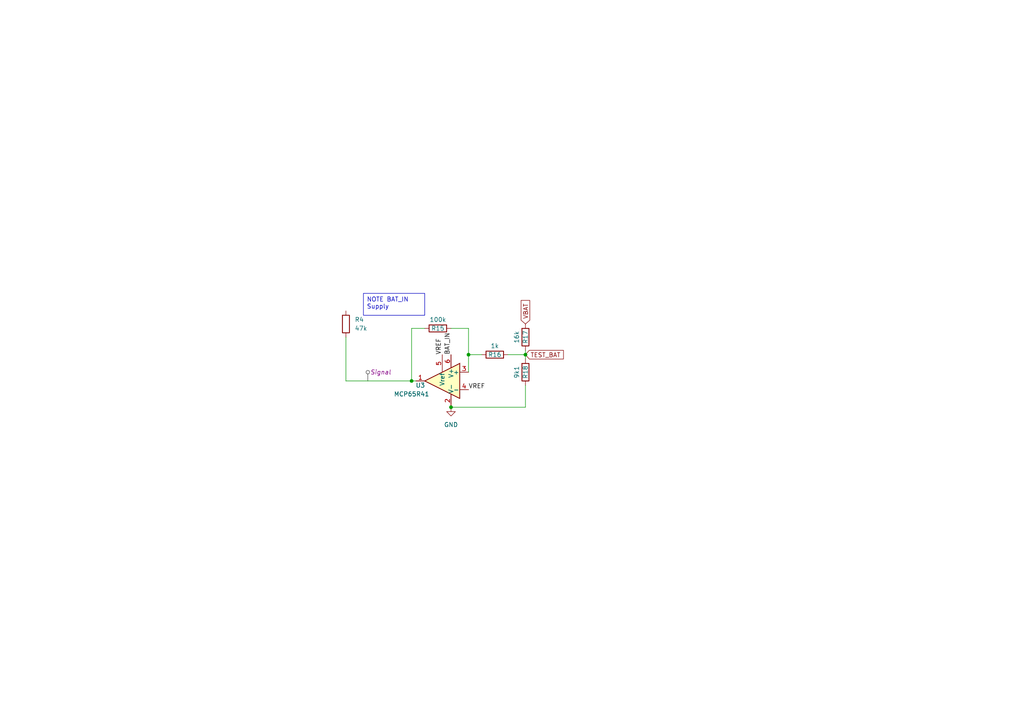
<source format=kicad_sch>
(kicad_sch (version 20230121) (generator eeschema)
  (paper "A4")
  (lib_symbols
    (symbol "Comparator:MCP65R41" (pin_names (offset 0.127))
      (property "Reference" "U" (at 1.27 3.81 0))
      (property "Value" "MCP65R41" (at 6.35 -3.81 0))
      (symbol "MCP65R41_0_1"
        (polyline (pts (xy -5.08 5.08) (xy -5.08 -5.08) (xy 5.08 0) (xy -5.08 5.08)) (stroke (width 0.254)) (fill (type background)))
      )
      (symbol "MCP65R41_1_1"
        (pin output line (at 7.62 0 180) (length 2.54) (name "~") (number "1"))
        (pin power_in line (at -2.54 -7.62 90) (length 3.81) (name "V-") (number "2"))
        (pin input line (at -7.62 2.54 0) (length 2.54) (name "+") (number "3"))
        (pin input line (at -7.62 -2.54 0) (length 2.54) (name "-") (number "4"))
        (pin power_out line (at 0 7.62 270) (length 5.08) (name "Vref") (number "5"))
        (pin power_in line (at -2.54 7.62 270) (length 3.81) (name "V+") (number "6"))
      )
    )
    (symbol "Device:R" (pin_numbers hide) (pin_names (offset 0))
      (property "Reference" "R" (at 2.032 0 90))
      (property "Value" "R" (at 0 0 90))
      (symbol "R_0_1"
        (rectangle (start -1.016 -2.54) (end 1.016 2.54) (stroke (width 0.254)))
      )
      (symbol "R_1_1"
        (pin passive line (at 0 3.81 270) (length 1.27) (name "~") (number "1"))
        (pin passive line (at 0 -3.81 90) (length 1.27) (name "~") (number "2"))
      )
    )
    (symbol "power:GND" (power) (pin_names (offset 0))
      (property "Value" "GND" (at 0 -3.81 0))
      (symbol "GND_0_1"
        (polyline (pts (xy 0 0) (xy 0 -1.27) (xy 1.27 -1.27) (xy 0 -2.54) (xy -1.27 -1.27) (xy 0 -1.27)))
      )
      (symbol "GND_1_1"
        (pin power_in line (at 0 0 270) (length 0) hide (name "GND") (number "1"))
      )
    )
  )
  (junction (at 119.38 110.49))
  (junction (at 130.81 118.11))
  (junction (at 135.89 102.87))
  (junction (at 152.4 102.87))
  (wire (pts (xy 147.32 102.87) (xy 152.4 102.87)))
  (wire (pts (xy 152.4 102.87) (xy 152.4 104.14)))
  (wire (pts (xy 139.7 102.87) (xy 135.89 102.87)))
  (wire (pts (xy 152.4 101.6) (xy 152.4 102.87)))
  (wire (pts (xy 152.4 118.11) (xy 130.81 118.11)))
  (wire (pts (xy 119.38 110.49) (xy 120.65 110.49)))
  (wire (pts (xy 100.33 110.49) (xy 119.38 110.49)))
  (wire (pts (xy 135.89 95.25) (xy 130.81 95.25)))
  (wire (pts (xy 135.89 102.87) (xy 135.89 107.95)))
  (wire (pts (xy 135.89 95.25) (xy 135.89 102.87)))
  (wire (pts (xy 123.19 95.25) (xy 119.38 95.25)))
  (wire (pts (xy 152.4 111.76) (xy 152.4 118.11)))
  (wire (pts (xy 100.33 97.79) (xy 100.33 110.49)))
  (wire (pts (xy 119.38 95.25) (xy 119.38 110.49)))
  (text_box "NOTE BAT_IN Supply" (at 105.41 85.09 0) (size 17.78 6.35) (effects (font (size 1.27 1.27)) (justify left top)))
  (label "BAT_IN" (at 130.81 102.87 90))
  (label "VREF" (at 135.89 113.03 0))
  (label "VREF" (at 128.27 102.87 90))
  (global_label "VBAT" (shape input) (at 152.4 93.98 90) (property "Intersheetrefs" "${INTERSHEET_REFS}" (effects hide)))
  (global_label "TEST_BAT" (shape input) (at 152.4 102.87 0) (property "Intersheetrefs" "${INTERSHEET_REFS}" (effects hide)))
  (netclass_flag "" (length 2.54) (shape round) (at 106.68 110.49 0) (property "Netclass" "Signal" (at 107.3785 107.95 0) (effects (font italic) (justify left))))
  (symbol (lib_id "Device:R") (at 100.33 93.98 0) (unit 1)
    (property "Reference" "R4" (at 102.87 92.71 0) (effects (justify left)))
    (property "Value" "47k" (at 102.87 95.25 0) (effects (justify left)))
    (property "Footprint" "Resistor_SMD:R_0402_1005Metric_Pad0.72x0.64mm_HandSolder" (effects hide))
    (property "Datasheet" "https://www.digikey.ca/en/products/detail/panasonic-electronic-components/ERJ-2RKF4702X/1746233" (effects hide))
    (property "Part" "ERJ-2RKF4702X" (effects hide))
    (instances (project "BLE_REMOTE" (path "" (reference "R4") (unit 1)) (path "" (reference "R17") (unit 1)) (path "" (reference "R13") (unit 1)) (path "" (reference "R26") (unit 1))))
  )
  (symbol (lib_id "Device:R") (at 152.4 97.79 0) (mirror y) (unit 1)
    (property "Reference" "R17" (at 152.4 97.79 90))
    (property "Value" "16k" (at 149.86 97.79 90))
    (property "Footprint" "Resistor_SMD:R_0402_1005Metric_Pad0.72x0.64mm_HandSolder" (effects hide))
    (property "Datasheet" "https://www.digikey.ca/en/products/detail/yageo/RC0402FR-0716KL/726544" (effects hide))
    (property "Part" "RC0402FR-0716KL" (effects hide))
    (instances (project "BLE_REMOTE" (path "" (reference "R17") (unit 1)) (path "" (reference "R29") (unit 1))))
  )
  (symbol (lib_id "Device:R") (at 152.4 107.95 0) (mirror y) (unit 1)
    (property "Reference" "R18" (at 152.4 107.95 90))
    (property "Value" "9k1" (at 149.86 107.95 90))
    (property "Footprint" "Resistor_SMD:R_0402_1005Metric_Pad0.72x0.64mm_HandSolder" (effects hide))
    (property "Datasheet" "https://www.digikey.ca/en/products/detail/yageo/RC0402FR-079K1L/726668" (effects hide))
    (property "Part" "RC0402FR-079K1L" (effects hide))
    (instances (project "BLE_REMOTE" (path "" (reference "R18") (unit 1)) (path "" (reference "R30") (unit 1))))
  )
  (symbol (lib_id "Device:R") (at 143.51 102.87 270) (mirror x) (unit 1)
    (property "Reference" "R16" (at 143.51 102.87 90))
    (property "Value" "1k" (at 143.51 100.33 90))
    (property "Footprint" "Resistor_SMD:R_0402_1005Metric_Pad0.72x0.64mm_HandSolder" (effects hide))
    (property "Datasheet" "https://www.digikey.ca/en/products/detail/yageo/RC0402FR-071KL/726513" (effects hide))
    (property "Part" "RC0402FR-071KL" (effects hide))
    (instances (project "BLE_REMOTE" (path "" (reference "R16") (unit 1)) (path "" (reference "R28") (unit 1))))
  )
  (symbol (lib_id "Device:R") (at 127 95.25 270) (mirror x) (unit 1)
    (property "Reference" "R15" (at 127 95.25 90))
    (property "Value" "100k" (at 127 92.71 90))
    (property "Footprint" "Resistor_SMD:R_0402_1005Metric_Pad0.72x0.64mm_HandSolder" (effects hide))
    (property "Datasheet" "https://www.digikey.ca/en/products/detail/yageo/RC0402FR-07100KL/726526" (effects hide))
    (property "Part" "RC0402FR-07100KL" (effects hide))
    (instances (project "BLE_REMOTE" (path "" (reference "R15") (unit 1)) (path "" (reference "R27") (unit 1))))
  )
  (symbol (lib_id "Comparator:MCP65R41") (at 128.27 110.49 0) (mirror y) (unit 1)
    (property "Reference" "U3" (at 121.92 111.76 0))
    (property "Value" "MCP65R41" (at 119.38 114.3 0))
    (property "Footprint" "Package_TO_SOT_SMD:SOT-23-6" (effects hide))
    (property "Datasheet" "https://www.digikey.ca/en/products/detail/microchip-technology/MCP65R41T-1202E-CHY/2614949" (effects hide))
    (property "Part" "MCP65R41" (effects hide))
    (property "Sim.Library" "SPICE_TESTING\\MCP65R41_1202.txt" (effects hide))
    (property "Sim.Name" "MCP65R41_1202" (effects hide))
    (property "Sim.Device" "SUBCKT" (effects hide))
    (property "Sim.Pins" "1=1 2=2 3=3 4=4 5=5 6=6" (effects hide))
    (instances (project "BLE_REMOTE" (path "" (reference "U3") (unit 1)) (path "" (reference "U5") (unit 1))))
  )
  (symbol (lib_id "power:GND") (at 130.81 118.11 0) (mirror y) (unit 1)
    (property "Reference" "#PWR023" (effects hide))
    (property "Value" "GND" (at 130.81 123.19 0))
    (instances (project "BLE_REMOTE" (path "" (reference "#PWR023") (unit 1)) (path "" (reference "#PWR038") (unit 1))))
  )
)
</source>
